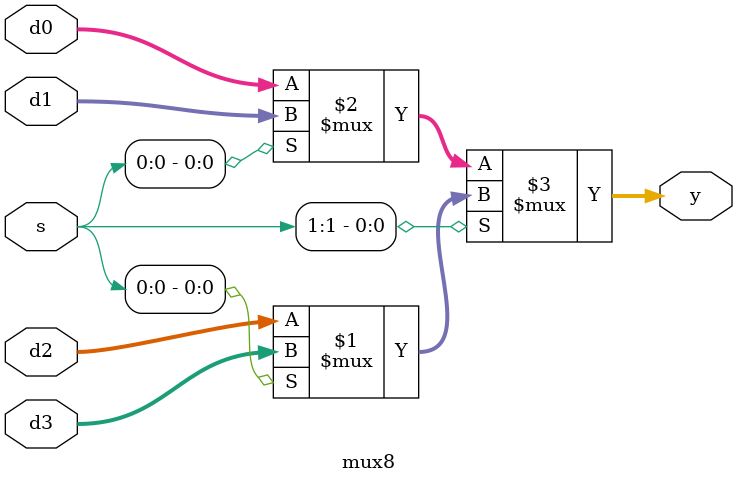
<source format=v>
module mux8(output [8-1:0] y,
            input [8-1:0] d0, d1, d2, d3,
            input [1:0] s);
        
    assign y = s[1] ? (s[0] ? d3 : d2) : (s[0] ? d1 : d0);
endmodule
</source>
